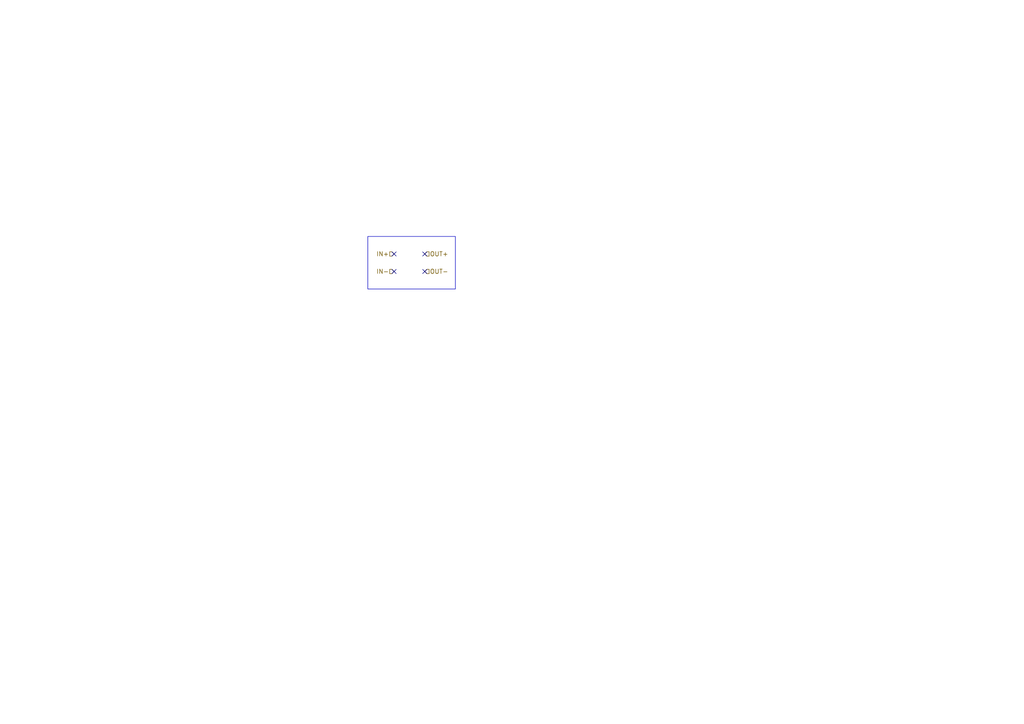
<source format=kicad_sch>
(kicad_sch
	(version 20250114)
	(generator "eeschema")
	(generator_version "9.0")
	(uuid "d1ebd948-2935-4860-b119-18f8a7f9547f")
	(paper "A4")
	(lib_symbols)
	(rectangle
		(start 106.68 68.58)
		(end 132.08 83.82)
		(stroke
			(width 0)
			(type default)
		)
		(fill
			(type none)
		)
		(uuid 3d526bde-44d6-46b4-8a1f-c8703d13a498)
	)
	(no_connect
		(at 123.19 73.66)
		(uuid "61350826-b85c-4a17-8ab4-771ed2f9101e")
	)
	(no_connect
		(at 114.3 78.74)
		(uuid "6f6c2b71-8880-4fec-bcd2-442d919f4bc9")
	)
	(no_connect
		(at 114.3 73.66)
		(uuid "c7e66091-e666-4875-b6c7-0f34ebd7bef6")
	)
	(no_connect
		(at 123.19 78.74)
		(uuid "dc67258a-dbe9-430e-91c0-6f244b603cee")
	)
	(hierarchical_label "IN+"
		(shape input)
		(at 114.3 73.66 180)
		(effects
			(font
				(size 1.27 1.27)
			)
			(justify right)
		)
		(uuid "195b12de-9723-4902-bb3a-7cdd1c84bb8a")
	)
	(hierarchical_label "IN-"
		(shape input)
		(at 114.3 78.74 180)
		(effects
			(font
				(size 1.27 1.27)
			)
			(justify right)
		)
		(uuid "195b12de-9723-4902-bb3a-7cdd1c84bb8b")
	)
	(hierarchical_label "OUT+"
		(shape input)
		(at 123.19 73.66 0)
		(effects
			(font
				(size 1.27 1.27)
			)
			(justify left)
		)
		(uuid "195b12de-9723-4902-bb3a-7cdd1c84bb8c")
	)
	(hierarchical_label "OUT-"
		(shape input)
		(at 123.19 78.74 0)
		(effects
			(font
				(size 1.27 1.27)
			)
			(justify left)
		)
		(uuid "195b12de-9723-4902-bb3a-7cdd1c84bb8d")
	)
)

</source>
